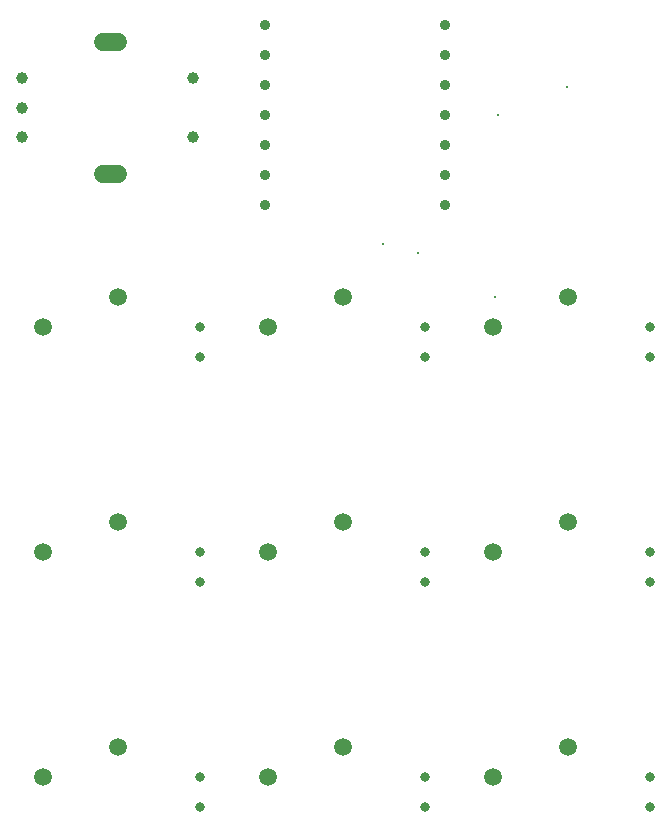
<source format=gbr>
%TF.GenerationSoftware,KiCad,Pcbnew,9.0.2*%
%TF.CreationDate,2025-06-03T16:26:03-04:00*%
%TF.ProjectId,HackpadAllan,4861636b-7061-4644-916c-6c616e2e6b69,rev?*%
%TF.SameCoordinates,Original*%
%TF.FileFunction,Plated,1,2,PTH,Mixed*%
%TF.FilePolarity,Positive*%
%FSLAX46Y46*%
G04 Gerber Fmt 4.6, Leading zero omitted, Abs format (unit mm)*
G04 Created by KiCad (PCBNEW 9.0.2) date 2025-06-03 16:26:03*
%MOMM*%
%LPD*%
G01*
G04 APERTURE LIST*
%TA.AperFunction,ViaDrill*%
%ADD10C,0.300000*%
%TD*%
%TA.AperFunction,ComponentDrill*%
%ADD11C,0.800000*%
%TD*%
%TA.AperFunction,ComponentDrill*%
%ADD12C,0.889000*%
%TD*%
%TA.AperFunction,ComponentDrill*%
%ADD13C,1.000000*%
%TD*%
%TA.AperFunction,ComponentDrill*%
%ADD14C,1.500000*%
%TD*%
G04 aperture for slot hole*
%TA.AperFunction,ComponentDrill*%
%ADD15C,1.500000*%
%TD*%
G04 APERTURE END LIST*
D10*
X155990000Y-78380000D03*
X158940000Y-79190000D03*
X165450000Y-82920000D03*
X165710000Y-67500000D03*
X171510000Y-65130000D03*
D11*
%TO.C,D1*%
X140475000Y-85460000D03*
X140475000Y-88000000D03*
%TO.C,D4*%
X140475000Y-104510000D03*
X140475000Y-107050000D03*
%TO.C,D7*%
X140475000Y-123560000D03*
X140475000Y-126100000D03*
%TO.C,D2*%
X159525000Y-85460000D03*
X159525000Y-88000000D03*
%TO.C,D5*%
X159525000Y-104510000D03*
X159525000Y-107050000D03*
%TO.C,D8*%
X159525000Y-123560000D03*
X159525000Y-126100000D03*
%TO.C,D3*%
X178575000Y-85460000D03*
X178575000Y-88000000D03*
%TO.C,D6*%
X178575000Y-104510000D03*
X178575000Y-107050000D03*
%TO.C,D9*%
X178575000Y-123560000D03*
X178575000Y-126100000D03*
D12*
%TO.C,U1*%
X145970000Y-59868500D03*
X145970000Y-62408500D03*
X145970000Y-64948500D03*
X145970000Y-67488500D03*
X145970000Y-70028500D03*
X145970000Y-72568500D03*
X145970000Y-75108500D03*
X161210000Y-59868500D03*
X161210000Y-62408500D03*
X161210000Y-64948500D03*
X161210000Y-67488500D03*
X161210000Y-70028500D03*
X161210000Y-72568500D03*
X161210000Y-75108500D03*
D13*
%TO.C,SW10*%
X125393750Y-64350000D03*
X125393750Y-66850000D03*
X125393750Y-69350000D03*
X139893750Y-64350000D03*
X139893750Y-69350000D03*
D14*
%TO.C,SW1*%
X127140000Y-85460000D03*
%TO.C,SW4*%
X127140000Y-104510000D03*
%TO.C,SW7*%
X127140000Y-123560000D03*
D15*
%TO.C,SW10*%
X133543750Y-61250000D02*
X132243750Y-61250000D01*
X133543750Y-72450000D02*
X132243750Y-72450000D01*
D14*
%TO.C,SW1*%
X133490000Y-82920000D03*
%TO.C,SW4*%
X133490000Y-101970000D03*
%TO.C,SW7*%
X133490000Y-121020000D03*
%TO.C,SW2*%
X146190000Y-85460000D03*
%TO.C,SW5*%
X146190000Y-104510000D03*
%TO.C,SW8*%
X146190000Y-123560000D03*
%TO.C,SW2*%
X152540000Y-82920000D03*
%TO.C,SW5*%
X152540000Y-101970000D03*
%TO.C,SW8*%
X152540000Y-121020000D03*
%TO.C,SW3*%
X165240000Y-85460000D03*
%TO.C,SW6*%
X165240000Y-104510000D03*
%TO.C,SW9*%
X165240000Y-123560000D03*
%TO.C,SW3*%
X171590000Y-82920000D03*
%TO.C,SW6*%
X171590000Y-101970000D03*
%TO.C,SW9*%
X171590000Y-121020000D03*
M02*

</source>
